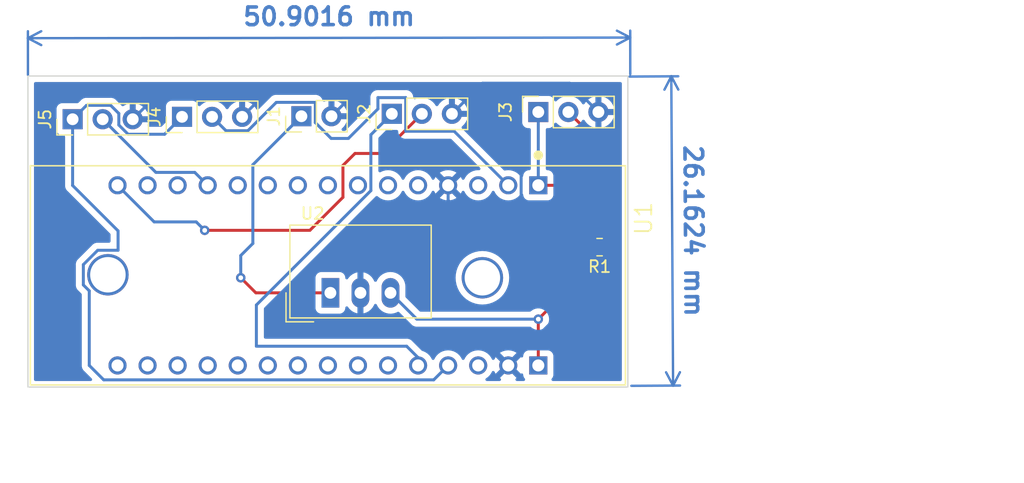
<source format=kicad_pcb>
(kicad_pcb (version 20211014) (generator pcbnew)
  (layers (0 "F.Cu" signal) (31 "B.Cu" signal) (34 "B.Paste" user) (35 "F.Paste" user) (36 "B.SilkS" user "B.Silkscreen") (37 "F.SilkS" user "F.Silkscreen") (38 "B.Mask" user) (39 "F.Mask" user) (44 "Edge.Cuts" user))
  (net 0 "")
  (net 1 "/alimentation_entrée")
  (net 2 "GND")
  (net 3 "/liaison_usart_tx")
  (net 4 "/liaison_usart_rx")
  (net 5 "Net-(J3-Pad1)")
  (net 6 "/alimentation_sortie")
  (net 7 "/Alim")
  (net 10 "/PWM_2")
  (net 24 "/PWM_1")
  (footprint "NUCLEO-F303K8:MODULE_NUCLEO-F303K8" (layer "F.Cu") (at 139.7 81.28 -90)
    (fp_text reference "U1" (at -4.81314 -26.68421 90) (layer "F.SilkS") (effects (font (size 1.402378 1.402378))))
    (fp_text value "NUCLEO-F303K8")
    (fp_line (start -9.27 -25.145) (end 9.27 -25.145) (layer "F.SilkS") (width 0.127))
    (fp_line (start 9.27 -25.145) (end 9.27 25.145) (layer "F.SilkS") (width 0.127))
    (fp_line (start -9.27 25.145) (end -9.27 -25.145) (layer "F.SilkS") (width 0.127))
    (fp_line (start 9.27 25.145) (end -9.27 25.145) (layer "F.SilkS") (width 0.127))
    (fp_circle (center -10.16 -17.78) (end -9.96 -17.78) (layer "F.SilkS") (width 0.4) (fill none))
    (pad "3_1" thru_hole rect locked (at -7.62 -17.78 270) (size 1.53 1.53) (drill 1.02) (layers *.Cu *.Mask) (net 5 "Net-(J3-Pad1)"))
    (pad "3_2" thru_hole circle locked (at -7.62 -15.24 270) (size 1.53 1.53) (drill 1.02) (layers *.Cu *.Mask) (net 10 "/PWM_2"))
    (pad "3_3" thru_hole circle locked (at -7.62 -12.7 270) (size 1.53 1.53) (drill 1.02) (layers *.Cu *.Mask))
    (pad "3_4" thru_hole circle locked (at -7.62 -10.16 270) (size 1.53 1.53) (drill 1.02) (layers *.Cu *.Mask) (net 2 "GND"))
    (pad "3_5" thru_hole circle locked (at -7.62 -7.62 270) (size 1.53 1.53) (drill 1.02) (layers *.Cu *.Mask))
    (pad "3_6" thru_hole circle locked (at -7.62 -5.08 270) (size 1.53 1.53) (drill 1.02) (layers *.Cu *.Mask))
    (pad "3_7" thru_hole circle locked (at -7.62 -2.54 270) (size 1.53 1.53) (drill 1.02) (layers *.Cu *.Mask))
    (pad "3_8" thru_hole circle locked (at -7.62 0 270) (size 1.53 1.53) (drill 1.02) (layers *.Cu *.Mask))
    (pad "3_9" thru_hole circle locked (at -7.62 2.54 270) (size 1.53 1.53) (drill 1.02) (layers *.Cu *.Mask))
    (pad "3_10" thru_hole circle locked (at -7.62 5.08 270) (size 1.53 1.53) (drill 1.02) (layers *.Cu *.Mask))
    (pad "3_11" thru_hole circle locked (at -7.62 7.62 270) (size 1.53 1.53) (drill 1.02) (layers *.Cu *.Mask))
    (pad "3_12" thru_hole circle locked (at -7.62 10.16 270) (size 1.53 1.53) (drill 1.02) (layers *.Cu *.Mask) (net 24 "/PWM_1"))
    (pad "3_13" thru_hole circle locked (at -7.62 12.7 270) (size 1.53 1.53) (drill 1.02) (layers *.Cu *.Mask))
    (pad "3_14" thru_hole circle locked (at -7.62 15.24 270) (size 1.53 1.53) (drill 1.02) (layers *.Cu *.Mask))
    (pad "3_15" thru_hole circle locked (at -7.62 17.78 270) (size 1.53 1.53) (drill 1.02) (layers *.Cu *.Mask) (net 4 "/liaison_usart_rx"))
    (pad "4_1" thru_hole rect locked (at 7.62 -17.78 270) (size 1.53 1.53) (drill 1.02) (layers *.Cu *.Mask) (net 6 "/alimentation_sortie"))
    (pad "4_2" thru_hole circle locked (at 7.62 -15.24 270) (size 1.53 1.53) (drill 1.02) (layers *.Cu *.Mask) (net 2 "GND"))
    (pad "4_3" thru_hole circle locked (at 7.62 -12.7 270) (size 1.53 1.53) (drill 1.02) (layers *.Cu *.Mask))
    (pad "4_4" thru_hole circle locked (at 7.62 -10.16 270) (size 1.53 1.53) (drill 1.02) (layers *.Cu *.Mask) (net 7 "/Alim"))
    (pad "4_5" thru_hole circle locked (at 7.62 -7.62 270) (size 1.53 1.53) (drill 1.02) (layers *.Cu *.Mask) (net 3 "/liaison_usart_tx"))
    (pad "4_6" thru_hole circle locked (at 7.62 -5.08 270) (size 1.53 1.53) (drill 1.02) (layers *.Cu *.Mask))
    (pad "4_7" thru_hole circle locked (at 7.62 -2.54 270) (size 1.53 1.53) (drill 1.02) (layers *.Cu *.Mask))
    (pad "4_8" thru_hole circle locked (at 7.62 0 270) (size 1.53 1.53) (drill 1.02) (layers *.Cu *.Mask))
    (pad "4_9" thru_hole circle locked (at 7.62 2.54 270) (size 1.53 1.53) (drill 1.02) (layers *.Cu *.Mask))
    (pad "4_10" thru_hole circle locked (at 7.62 5.08 270) (size 1.53 1.53) (drill 1.02) (layers *.Cu *.Mask))
    (pad "4_11" thru_hole circle locked (at 7.62 7.62 270) (size 1.53 1.53) (drill 1.02) (layers *.Cu *.Mask))
    (pad "4_12" thru_hole circle locked (at 7.62 10.16 270) (size 1.53 1.53) (drill 1.02) (layers *.Cu *.Mask))
    (pad "4_13" thru_hole circle locked (at 7.62 12.7 270) (size 1.53 1.53) (drill 1.02) (layers *.Cu *.Mask))
    (pad "4_14" thru_hole circle locked (at 7.62 15.24 270) (size 1.53 1.53) (drill 1.02) (layers *.Cu *.Mask))
    (pad "4_15" thru_hole circle locked (at 7.62 17.78 270) (size 1.53 1.53) (drill 1.02) (layers *.Cu *.Mask))
  )
  (footprint "Converter_DCDC:Converter_DCDC_TRACO_TSR-1_THT" (layer "F.Cu") (at 139.9091 82.7593)
    (fp_text reference "U2" (at -1.5 -6.71) (layer "F.SilkS"))
    (fp_text value "TSR_1-2490")
    (fp_line (start 8.52 2.12) (end -3.42 2.12) (layer "F.SilkS") (width 0.12))
    (fp_line (start -3.42 -5.73) (end 8.52 -5.73) (layer "F.SilkS") (width 0.12))
    (fp_line (start 8.52 -5.73) (end 8.52 2.12) (layer "F.SilkS") (width 0.12))
    (fp_line (start -3.75 2.45) (end -1.42 2.45) (layer "F.SilkS") (width 0.12))
    (fp_line (start -3.42 2.12) (end -3.42 -5.73) (layer "F.SilkS") (width 0.12))
    (fp_line (start -3.75 0) (end -3.75 2.45) (layer "F.SilkS") (width 0.12))
    (pad "1" thru_hole rect (at 0 0) (size 1.5 2.5) (drill 1) (layers *.Cu *.Mask) (net 1 "/alimentation_entrée"))
    (pad "2" thru_hole oval (at 2.54 0) (size 1.5 2.5) (drill 1) (layers *.Cu *.Mask) (net 2 "GND"))
    (pad "3" thru_hole oval (at 5.08 0) (size 1.5 2.5) (drill 1) (layers *.Cu *.Mask) (net 6 "/alimentation_sortie"))
  )
  (footprint "Resistor_SMD:R_0805_2012Metric" (layer "F.Cu") (at 162.6597 78.8924 180)
    (fp_text reference "R1" (at 0 -1.65) (layer "F.SilkS"))
    (fp_text value "R")
    (fp_line (start -0.227064 0.735) (end 0.227064 0.735) (layer "F.SilkS") (width 0.12))
    (fp_line (start -0.227064 -0.735) (end 0.227064 -0.735) (layer "F.SilkS") (width 0.12))
    (pad "1" smd roundrect (at -0.9125 0 180) (size 1.025 1.4) (layers "F.Cu" "F.Paste" "F.Mask") (roundrect_rratio 0.243902) (net 6 "/alimentation_sortie"))
    (pad "2" smd roundrect (at 0.9125 0 180) (size 1.025 1.4) (layers "F.Cu" "F.Paste" "F.Mask") (roundrect_rratio 0.243902) (net 5 "Net-(J3-Pad1)"))
  )
  (footprint "Connector_PinHeader_2.54mm:PinHeader_1x03_P2.54mm_Vertical" (layer "F.Cu") (at 145.0998 67.6148 90)
    (fp_text reference "J2" (at 0 -2.33 90) (layer "F.SilkS"))
    (fp_text value "Conn_01x03_Male")
    (fp_line (start -1.33 1.27) (end 1.33 1.27) (layer "F.SilkS") (width 0.12))
    (fp_line (start -1.33 0) (end -1.33 -1.33) (layer "F.SilkS") (width 0.12))
    (fp_line (start 1.33 1.27) (end 1.33 6.41) (layer "F.SilkS") (width 0.12))
    (fp_line (start -1.33 1.27) (end -1.33 6.41) (layer "F.SilkS") (width 0.12))
    (fp_line (start -1.33 -1.33) (end 0 -1.33) (layer "F.SilkS") (width 0.12))
    (fp_line (start -1.33 6.41) (end 1.33 6.41) (layer "F.SilkS") (width 0.12))
    (pad "1" thru_hole rect (at 0 0 90) (size 1.7 1.7) (drill 1) (layers *.Cu *.Mask) (net 3 "/liaison_usart_tx"))
    (pad "2" thru_hole oval (at 0 2.54 90) (size 1.7 1.7) (drill 1) (layers *.Cu *.Mask) (net 4 "/liaison_usart_rx"))
    (pad "3" thru_hole oval (at 0 5.08 90) (size 1.7 1.7) (drill 1) (layers *.Cu *.Mask) (net 2 "GND"))
  )
  (footprint "Connector_PinSocket_2.54mm:PinSocket_1x03_P2.54mm_Vertical" (layer "F.Cu") (at 157.48 67.4624 90)
    (fp_text reference "J3" (at 0 -2.77 90) (layer "F.SilkS"))
    (fp_text value "Conn_01x03_Female")
    (fp_line (start -1.33 1.27) (end 1.33 1.27) (layer "F.SilkS") (width 0.12))
    (fp_line (start 1.33 -1.33) (end 1.33 0) (layer "F.SilkS") (width 0.12))
    (fp_line (start -1.33 6.41) (end 1.33 6.41) (layer "F.SilkS") (width 0.12))
    (fp_line (start -1.33 1.27) (end -1.33 6.41) (layer "F.SilkS") (width 0.12))
    (fp_line (start 1.33 1.27) (end 1.33 6.41) (layer "F.SilkS") (width 0.12))
    (fp_line (start 0 -1.33) (end 1.33 -1.33) (layer "F.SilkS") (width 0.12))
    (pad "1" thru_hole rect (at 0 0 90) (size 1.7 1.7) (drill 1) (layers *.Cu *.Mask) (net 5 "Net-(J3-Pad1)"))
    (pad "2" thru_hole oval (at 0 2.54 90) (size 1.7 1.7) (drill 1) (layers *.Cu *.Mask) (net 6 "/alimentation_sortie"))
    (pad "3" thru_hole oval (at 0 5.08 90) (size 1.7 1.7) (drill 1) (layers *.Cu *.Mask) (net 2 "GND"))
  )
  (footprint "Connector_PinHeader_2.54mm:PinHeader_1x02_P2.54mm_Vertical" (layer "F.Cu") (at 137.4598 67.818 90)
    (fp_text reference "J1" (at 0 -2.33 90) (layer "F.SilkS"))
    (fp_text value "Conn_01x02_Male")
    (fp_line (start -1.33 0) (end -1.33 -1.33) (layer "F.SilkS") (width 0.12))
    (fp_line (start -1.33 3.87) (end 1.33 3.87) (layer "F.SilkS") (width 0.12))
    (fp_line (start -1.33 -1.33) (end 0 -1.33) (layer "F.SilkS") (width 0.12))
    (fp_line (start 1.33 1.27) (end 1.33 3.87) (layer "F.SilkS") (width 0.12))
    (fp_line (start -1.33 1.27) (end -1.33 3.87) (layer "F.SilkS") (width 0.12))
    (fp_line (start -1.33 1.27) (end 1.33 1.27) (layer "F.SilkS") (width 0.12))
    (pad "1" thru_hole rect (at 0 0 90) (size 1.7 1.7) (drill 1) (layers *.Cu *.Mask) (net 1 "/alimentation_entrée"))
    (pad "2" thru_hole oval (at 0 2.54 90) (size 1.7 1.7) (drill 1) (layers *.Cu *.Mask) (net 2 "GND"))
  )
  (footprint "Connector_PinHeader_2.54mm:PinHeader_1x03_P2.54mm_Vertical" (layer "F.Cu") (at 118.125 68.072 90)
    (fp_text reference "J5" (at 0 -2.33 90) (layer "F.SilkS"))
    (fp_text value "Conn_01x03_Male")
    (fp_line (start -1.33 6.41) (end 1.33 6.41) (layer "F.SilkS") (width 0.12))
    (fp_line (start -1.33 1.27) (end 1.33 1.27) (layer "F.SilkS") (width 0.12))
    (fp_line (start -1.33 0) (end -1.33 -1.33) (layer "F.SilkS") (width 0.12))
    (fp_line (start -1.33 1.27) (end -1.33 6.41) (layer "F.SilkS") (width 0.12))
    (fp_line (start 1.33 1.27) (end 1.33 6.41) (layer "F.SilkS") (width 0.12))
    (fp_line (start -1.33 -1.33) (end 0 -1.33) (layer "F.SilkS") (width 0.12))
    (pad "1" thru_hole rect (at 0 0 90) (size 1.7 1.7) (drill 1) (layers *.Cu *.Mask) (net 7 "/Alim"))
    (pad "2" thru_hole oval (at 0 2.54 90) (size 1.7 1.7) (drill 1) (layers *.Cu *.Mask) (net 24 "/PWM_1"))
    (pad "3" thru_hole oval (at 0 5.08 90) (size 1.7 1.7) (drill 1) (layers *.Cu *.Mask) (net 2 "GND"))
  )
  (footprint "Connector_PinHeader_2.54mm:PinHeader_1x03_P2.54mm_Vertical" (layer "F.Cu") (at 127.3706 67.8688 90)
    (fp_text reference "J4" (at 0 -2.33 90) (layer "F.SilkS"))
    (fp_text value "Conn_01x03_Male")
    (fp_line (start -1.33 1.27) (end 1.33 1.27) (layer "F.SilkS") (width 0.12))
    (fp_line (start -1.33 0) (end -1.33 -1.33) (layer "F.SilkS") (width 0.12))
    (fp_line (start -1.33 6.41) (end 1.33 6.41) (layer "F.SilkS") (width 0.12))
    (fp_line (start -1.33 1.27) (end -1.33 6.41) (layer "F.SilkS") (width 0.12))
    (fp_line (start -1.33 -1.33) (end 0 -1.33) (layer "F.SilkS") (width 0.12))
    (fp_line (start 1.33 1.27) (end 1.33 6.41) (layer "F.SilkS") (width 0.12))
    (pad "1" thru_hole rect (at 0 0 90) (size 1.7 1.7) (drill 1) (layers *.Cu *.Mask) (net 7 "/Alim"))
    (pad "2" thru_hole oval (at 0 2.54 90) (size 1.7 1.7) (drill 1) (layers *.Cu *.Mask) (net 10 "/PWM_2"))
    (pad "3" thru_hole oval (at 0 5.08 90) (size 1.7 1.7) (drill 1) (layers *.Cu *.Mask) (net 2 "GND"))
  )
  (gr_rect (start 114.3508 64.4144) (end 165.0492 90.7288) (layer "Edge.Cuts") (width 0.1) (fill none))
  (dimension (type aligned) (layer "B.Cu") (pts (xy 165.2524 64.77) (xy 114.3508 64.8208)) (height 3.606595) (gr_text "50,9016 mm" (at 139.796205 59.388808 0.0571813977) (layer "B.Cu") (effects (font (size 1.5 1.5) (thickness 0.3)))) (format (units 3) (units_format 1) (precision 4)) (style (thickness 0.2) (arrow_length 1.27) (text_position_mode 0) (extension_height 0.58642) (extension_offset 0.5) keep_text_aligned))
  (dimension (type aligned) (layer "B.Cu") (pts (xy 164.6936 64.4652) (xy 164.846 90.6272)) (height -4.025264) (gr_text "26,1624 mm" (at 170.594965 77.512267 270.333758) (layer "B.Cu") (effects (font (size 1.5 1.5) (thickness 0.3)))) (format (units 3) (units_format 1) (precision 4)) (style (thickness 0.2) (arrow_length 1.27) (text_position_mode 0) (extension_height 0.58642) (extension_offset 0.5) keep_text_aligned))
  (via (at 152.7556 81.4832) (size 3.5) (drill 3) (layers "F.Cu" "B.Cu") (net 0))
  (via (at 121.1072 81.2292) (size 3.5) (drill 3) (layers "F.Cu" "B.Cu") (net 0))
  (segment (start 133.6101 82.7593) (end 139.9091 82.7593) (width 0.25) (layer "F.Cu") (net 1))
  (segment (start 132.334 81.4832) (end 133.6101 82.7593) (width 0.25) (layer "F.Cu") (net 1))
  (via (at 132.334 81.4832) (size 0.8) (drill 0.4) (layers "F.Cu" "B.Cu") (net 1))
  (segment (start 133.3572 71.9206) (end 137.4598 67.818) (width 0.25) (layer "B.Cu") (net 1))
  (segment (start 132.334 81.4832) (end 132.334 79.6036) (width 0.25) (layer "B.Cu") (net 1))
  (segment (start 133.3572 78.5804) (end 133.3572 71.9206) (width 0.25) (layer "B.Cu") (net 1))
  (segment (start 132.334 79.6036) (end 133.3572 78.5804) (width 0.25) (layer "B.Cu") (net 1))
  (segment (start 132.4506 67.8688) (end 135.1609 65.1585) (width 0.25) (layer "B.Cu") (net 2))
  (segment (start 142.6593 65.1585) (end 142.9691 65.1585) (width 0.25) (layer "B.Cu") (net 2))
  (segment (start 142.4491 82.7593) (end 142.4491 78.8357) (width 0.25) (layer "B.Cu") (net 2))
  (segment (start 123.205 68.072) (end 126.1185 65.1585) (width 0.25) (layer "B.Cu") (net 2))
  (segment (start 156.03 71.2448) (end 156.03 74.8052) (width 0.25) (layer "B.Cu") (net 2))
  (segment (start 162.56 67.4624) (end 160.1216 65.024) (width 0.25) (layer "B.Cu") (net 2))
  (segment (start 152.6361 65.1585) (end 150.1798 67.6148) (width 0.25) (layer "B.Cu") (net 2))
  (segment (start 154.94 88.9) (end 162.56 81.28) (width 0.25) (layer "B.Cu") (net 2))
  (segment (start 139.9998 67.818) (end 142.6593 65.1585) (width 0.25) (layer "B.Cu") (net 2))
  (segment (start 150.4188 75.4888) (end 149.86 74.93) (width 0.25) (layer "B.Cu") (net 2))
  (segment (start 149.86 74.93) (end 149.86 73.66) (width 0.25) (layer "B.Cu") (net 2))
  (segment (start 145.796 75.4888) (end 150.4188 75.4888) (width 0.25) (layer "B.Cu") (net 2))
  (segment (start 150.1798 67.6148) (end 152.4 67.6148) (width 0.25) (layer "B.Cu") (net 2))
  (segment (start 142.9691 65.1585) (end 152.6361 65.1585) (width 0.25) (layer "B.Cu") (net 2))
  (segment (start 160.1216 65.024) (end 152.7706 65.024) (width 0.25) (layer "B.Cu") (net 2))
  (segment (start 162.56 81.28) (end 162.56 67.4624) (width 0.25) (layer "B.Cu") (net 2))
  (segment (start 152.4 67.6148) (end 156.03 71.2448) (width 0.25) (layer "B.Cu") (net 2))
  (segment (start 152.7706 65.024) (end 152.6361 65.1585) (width 0.25) (layer "B.Cu") (net 2))
  (segment (start 156.03 74.8052) (end 155.0416 75.7936) (width 0.25) (layer "B.Cu") (net 2))
  (segment (start 135.1609 65.1585) (end 142.9691 65.1585) (width 0.25) (layer "B.Cu") (net 2))
  (segment (start 155.0416 75.7936) (end 150.7236 75.7936) (width 0.25) (layer "B.Cu") (net 2))
  (segment (start 150.7236 75.7936) (end 150.4188 75.4888) (width 0.25) (layer "B.Cu") (net 2))
  (segment (start 126.1185 65.1585) (end 135.1609 65.1585) (width 0.25) (layer "B.Cu") (net 2))
  (segment (start 142.4491 78.8357) (end 145.796 75.4888) (width 0.25) (layer "B.Cu") (net 2))
  (segment (start 133.6548 83.786693) (end 143.33 74.111493) (width 0.25) (layer "B.Cu") (net 3))
  (segment (start 146.3548 87.2744) (end 133.6548 87.2744) (width 0.25) (layer "B.Cu") (net 3))
  (segment (start 147.32 88.2396) (end 146.3548 87.2744) (width 0.25) (layer "B.Cu") (net 3))
  (segment (start 147.32 88.9) (end 147.32 88.2396) (width 0.25) (layer "B.Cu") (net 3))
  (segment (start 133.6548 87.2744) (end 133.6548 83.786693) (width 0.25) (layer "B.Cu") (net 3))
  (segment (start 143.33 74.111493) (end 143.33 69.3846) (width 0.25) (layer "B.Cu") (net 3))
  (segment (start 143.33 69.3846) (end 145.0998 67.6148) (width 0.25) (layer "B.Cu") (net 3))
  (segment (start 129.286 77.47) (end 138.176 77.47) (width 0.25) (layer "F.Cu") (net 4))
  (segment (start 140.97 71.9836) (end 141.986 70.9676) (width 0.25) (layer "F.Cu") (net 4))
  (segment (start 144.287 70.9676) (end 147.6398 67.6148) (width 0.25) (layer "F.Cu") (net 4))
  (segment (start 138.176 77.47) (end 140.97 74.676) (width 0.25) (layer "F.Cu") (net 4))
  (segment (start 140.97 74.676) (end 140.97 71.9836) (width 0.25) (layer "F.Cu") (net 4))
  (segment (start 141.986 70.9676) (end 144.287 70.9676) (width 0.25) (layer "F.Cu") (net 4))
  (via (at 129.286 77.47) (size 0.8) (drill 0.4) (layers "F.Cu" "B.Cu") (net 4))
  (segment (start 128.5748 76.7588) (end 125.0188 76.7588) (width 0.25) (layer "B.Cu") (net 4))
  (segment (start 125.0188 76.7588) (end 121.92 73.66) (width 0.25) (layer "B.Cu") (net 4))
  (segment (start 129.286 77.47) (end 128.5748 76.7588) (width 0.25) (layer "B.Cu") (net 4))
  (segment (start 161.7472 75.7428) (end 159.6644 73.66) (width 0.25) (layer "F.Cu") (net 5))
  (segment (start 161.7472 78.8924) (end 161.7472 75.7428) (width 0.25) (layer "F.Cu") (net 5))
  (segment (start 159.6644 73.66) (end 157.48 73.66) (width 0.25) (layer "F.Cu") (net 5))
  (segment (start 157.48 73.66) (end 157.48 67.4624) (width 0.25) (layer "B.Cu") (net 5))
  (segment (start 157.48 84.9846) (end 157.48 88.9) (width 0.25) (layer "F.Cu") (net 6))
  (segment (start 163.5722 78.8924) (end 157.48 84.9846) (width 0.25) (layer "F.Cu") (net 6))
  (segment (start 163.5722 78.8924) (end 163.5722 71.0146) (width 0.25) (layer "F.Cu") (net 6))
  (segment (start 163.5722 71.0146) (end 160.02 67.4624) (width 0.25) (layer "F.Cu") (net 6))
  (via (at 157.48 84.9846) (size 0.8) (drill 0.4) (layers "F.Cu" "B.Cu") (net 6))
  (segment (start 147.2144 84.9846) (end 157.48 84.9846) (width 0.25) (layer "B.Cu") (net 6))
  (segment (start 144.9891 82.7593) (end 147.2144 84.9846) (width 0.25) (layer "B.Cu") (net 6))
  (segment (start 121.966694 77.516694) (end 118.125 73.675) (width 0.25) (layer "B.Cu") (net 7))
  (segment (start 119.5324 82.588894) (end 119.0322 82.088694) (width 0.25) (layer "B.Cu") (net 7))
  (segment (start 119.3 66.897) (end 121.341701 66.897) (width 0.25) (layer "B.Cu") (net 7))
  (segment (start 119.5324 88.9) (end 119.5324 82.588894) (width 0.25) (layer "B.Cu") (net 7))
  (segment (start 122.03 67.585299) (end 122.03 68.558701) (width 0.25) (layer "B.Cu") (net 7))
  (segment (start 120.247706 79.1542) (end 121.966694 79.1542) (width 0.25) (layer "B.Cu") (net 7))
  (segment (start 121.341701 66.897) (end 122.03 67.585299) (width 0.25) (layer "B.Cu") (net 7))
  (segment (start 118.125 68.072) (end 119.3 66.897) (width 0.25) (layer "B.Cu") (net 7))
  (segment (start 148.6408 90.1192) (end 120.7516 90.1192) (width 0.25) (layer "B.Cu") (net 7))
  (segment (start 120.7516 90.1192) (end 119.5324 88.9) (width 0.25) (layer "B.Cu") (net 7))
  (segment (start 122.813299 69.342) (end 125.8974 69.342) (width 0.25) (layer "B.Cu") (net 7))
  (segment (start 122.03 68.558701) (end 122.813299 69.342) (width 0.25) (layer "B.Cu") (net 7))
  (segment (start 118.125 73.675) (end 118.125 68.072) (width 0.25) (layer "B.Cu") (net 7))
  (segment (start 149.86 88.9) (end 148.6408 90.1192) (width 0.25) (layer "B.Cu") (net 7))
  (segment (start 119.0322 80.369706) (end 120.247706 79.1542) (width 0.25) (layer "B.Cu") (net 7))
  (segment (start 125.8974 69.342) (end 127.3706 67.8688) (width 0.25) (layer "B.Cu") (net 7))
  (segment (start 121.966694 79.1542) (end 121.966694 77.516694) (width 0.25) (layer "B.Cu") (net 7))
  (segment (start 119.0322 82.088694) (end 119.0322 80.369706) (width 0.25) (layer "B.Cu") (net 7))
  (segment (start 150.368 69.088) (end 146.2748 69.088) (width 0.25) (layer "B.Cu") (net 10))
  (segment (start 143.9248 67.2) (end 141.4272 69.6976) (width 0.25) (layer "B.Cu") (net 10))
  (segment (start 138.6348 66.643) (end 135.338101 66.643) (width 0.25) (layer "B.Cu") (net 10))
  (segment (start 154.94 73.66) (end 150.368 69.088) (width 0.25) (layer "B.Cu") (net 10))
  (segment (start 132.937301 69.0438) (end 131.0856 69.0438) (width 0.25) (layer "B.Cu") (net 10))
  (segment (start 131.0856 69.0438) (end 129.9106 67.8688) (width 0.25) (layer "B.Cu") (net 10))
  (segment (start 146.2748 69.088) (end 146.2748 66.2432) (width 0.25) (layer "B.Cu") (net 10))
  (segment (start 138.6348 68.356604) (end 138.6348 66.643) (width 0.25) (layer "B.Cu") (net 10))
  (segment (start 135.338101 66.643) (end 132.937301 69.0438) (width 0.25) (layer "B.Cu") (net 10))
  (segment (start 146.2748 66.2432) (end 143.9248 66.2432) (width 0.25) (layer "B.Cu") (net 10))
  (segment (start 141.4272 69.6976) (end 139.975796 69.6976) (width 0.25) (layer "B.Cu") (net 10))
  (segment (start 143.9248 66.2432) (end 143.9248 67.2) (width 0.25) (layer "B.Cu") (net 10))
  (segment (start 139.975796 69.6976) (end 138.6348 68.356604) (width 0.25) (layer "B.Cu") (net 10))
  (segment (start 120.665 68.072) (end 125.163 72.57) (width 0.25) (layer "B.Cu") (net 24))
  (segment (start 128.45 72.57) (end 129.54 73.66) (width 0.25) (layer "B.Cu") (net 24))
  (segment (start 125.163 72.57) (end 128.45 72.57) (width 0.25) (layer "B.Cu") (net 24))
  (zone (net 2) (net_name "GND") (layer "B.Cu") (connect_pads (clearance 0.508)) (min_thickness 0.254) (fill yes (thermal_gap 0.508) (thermal_bridge_width 0.508))
    (polygon (pts (xy 165.0492 90.7796) (xy 114.3508 90.7288) (xy 114.3508 64.4144) (xy 165.0492 64.4144)))
  )
)
</source>
